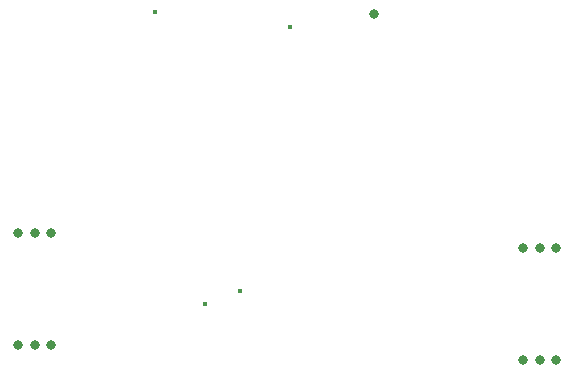
<source format=gbr>
G04 ===== Begin FILE IDENTIFICATION =====*
G04 File Format:  Gerber RS274X*
G04 ===== End FILE IDENTIFICATION =====*
%FSLAX24Y24*%
%MOIN*%
%SFA1.0000B1.0000*%
%OFA0.0B0.0*%
%ADD14C,0.031496*%
%ADD15C,0.015748*%
%ADD16C,0.016142*%
%LNhole*%
%IPPOS*%
%LPD*%
G75*
D14*
X7929Y1866D03*
X8475D03*
X9021D03*
Y-1866D03*
X7929D03*
X8475D03*
X-8895Y2378D03*
X-8349D03*
X-7803D03*
Y-1354D03*
X-8895D03*
X-8349D03*
D15*
X-4330Y9752D03*
D16*
X-2677Y0D03*
X-1496Y453D03*
D15*
X157Y9240D03*
D14*
X2953Y9685D03*
M02*


</source>
